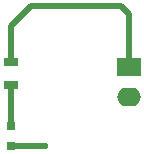
<source format=gtl>
G04*
G04 #@! TF.GenerationSoftware,Altium Limited,Altium Designer,21.7.2 (23)*
G04*
G04 Layer_Physical_Order=1*
G04 Layer_Color=255*
%FSLAX25Y25*%
%MOIN*%
G70*
G04*
G04 #@! TF.SameCoordinates,30376CAB-91CD-47D3-876A-24FA50545A46*
G04*
G04*
G04 #@! TF.FilePolarity,Positive*
G04*
G01*
G75*
%ADD13R,0.03150X0.03150*%
%ADD14R,0.05118X0.02756*%
%ADD19C,0.01968*%
%ADD20R,0.07874X0.06299*%
%ADD21O,0.07874X0.06299*%
%ADD22C,0.02362*%
D13*
X17717Y21063D02*
D03*
Y27559D02*
D03*
D14*
Y48819D02*
D03*
Y41339D02*
D03*
D19*
Y21063D02*
X28937D01*
X29000Y21000D01*
X24293Y67600D02*
X54447D01*
X57087Y64961D01*
X17717Y61024D02*
X24293Y67600D01*
X17717Y27559D02*
Y41339D01*
Y48819D02*
Y61024D01*
X57087Y47402D02*
Y64961D01*
D20*
Y47402D02*
D03*
D21*
Y37402D02*
D03*
D22*
X28937Y21063D02*
D03*
M02*

</source>
